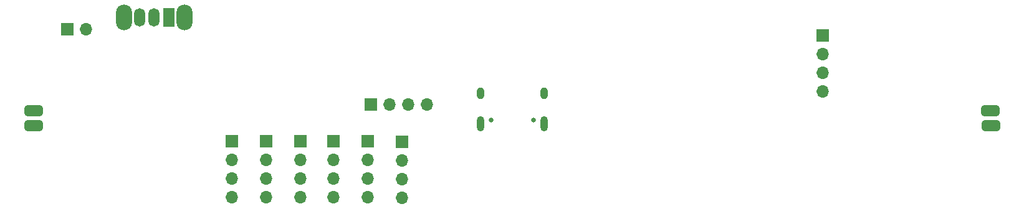
<source format=gbr>
%TF.GenerationSoftware,KiCad,Pcbnew,8.0.3*%
%TF.CreationDate,2024-10-06T13:34:10+03:00*%
%TF.ProjectId,Linefollower V6,4c696e65-666f-46c6-9c6f-776572205636,rev?*%
%TF.SameCoordinates,Original*%
%TF.FileFunction,Soldermask,Bot*%
%TF.FilePolarity,Negative*%
%FSLAX46Y46*%
G04 Gerber Fmt 4.6, Leading zero omitted, Abs format (unit mm)*
G04 Created by KiCad (PCBNEW 8.0.3) date 2024-10-06 13:34:10*
%MOMM*%
%LPD*%
G01*
G04 APERTURE LIST*
G04 Aperture macros list*
%AMRoundRect*
0 Rectangle with rounded corners*
0 $1 Rounding radius*
0 $2 $3 $4 $5 $6 $7 $8 $9 X,Y pos of 4 corners*
0 Add a 4 corners polygon primitive as box body*
4,1,4,$2,$3,$4,$5,$6,$7,$8,$9,$2,$3,0*
0 Add four circle primitives for the rounded corners*
1,1,$1+$1,$2,$3*
1,1,$1+$1,$4,$5*
1,1,$1+$1,$6,$7*
1,1,$1+$1,$8,$9*
0 Add four rect primitives between the rounded corners*
20,1,$1+$1,$2,$3,$4,$5,0*
20,1,$1+$1,$4,$5,$6,$7,0*
20,1,$1+$1,$6,$7,$8,$9,0*
20,1,$1+$1,$8,$9,$2,$3,0*%
G04 Aperture macros list end*
%ADD10R,1.700000X1.700000*%
%ADD11O,1.700000X1.700000*%
%ADD12O,2.200000X3.500000*%
%ADD13R,1.500000X2.500000*%
%ADD14O,1.500000X2.500000*%
%ADD15C,0.650000*%
%ADD16O,1.000000X2.100000*%
%ADD17O,1.000000X1.600000*%
%ADD18RoundRect,0.375000X0.875000X-0.375000X0.875000X0.375000X-0.875000X0.375000X-0.875000X-0.375000X0*%
G04 APERTURE END LIST*
D10*
%TO.C,J1*%
X93215000Y-64353072D03*
D11*
X95755000Y-64353072D03*
%TD*%
D12*
%TO.C,SW1*%
X109140000Y-62790572D03*
X100940000Y-62790572D03*
D13*
X107040000Y-62790572D03*
D14*
X105040000Y-62790572D03*
X103040000Y-62790572D03*
%TD*%
D10*
%TO.C,J8*%
X120220625Y-79660572D03*
D11*
X120220625Y-82200572D03*
X120220625Y-84740572D03*
X120220625Y-87280572D03*
%TD*%
D10*
%TO.C,J10*%
X129420625Y-79660572D03*
D11*
X129420625Y-82200572D03*
X129420625Y-84740572D03*
X129420625Y-87280572D03*
%TD*%
D10*
%TO.C,J5*%
X195820625Y-65205572D03*
D11*
X195820625Y-67745572D03*
X195820625Y-70285572D03*
X195820625Y-72825572D03*
%TD*%
D10*
%TO.C,J11*%
X134070625Y-79660572D03*
D11*
X134070625Y-82200572D03*
X134070625Y-84740572D03*
X134070625Y-87280572D03*
%TD*%
D10*
%TO.C,J9*%
X124870625Y-79660572D03*
D11*
X124870625Y-82200572D03*
X124870625Y-84740572D03*
X124870625Y-87280572D03*
%TD*%
D10*
%TO.C,J7*%
X115570625Y-79660572D03*
D11*
X115570625Y-82200572D03*
X115570625Y-84740572D03*
X115570625Y-87280572D03*
%TD*%
D10*
%TO.C,J3*%
X134440000Y-74615572D03*
D11*
X136980000Y-74615572D03*
X139520000Y-74615572D03*
X142060000Y-74615572D03*
%TD*%
D10*
%TO.C,J12*%
X138670625Y-79705572D03*
D11*
X138670625Y-82245572D03*
X138670625Y-84785572D03*
X138670625Y-87325572D03*
%TD*%
D15*
%TO.C,J2*%
X156580000Y-76740572D03*
X150800000Y-76740572D03*
D16*
X158010000Y-77270572D03*
D17*
X158010000Y-73090572D03*
D16*
X149370000Y-77270572D03*
D17*
X149370000Y-73090572D03*
%TD*%
D18*
%TO.C,M1*%
X88688547Y-77540572D03*
X88663547Y-75490572D03*
%TD*%
%TO.C,M2*%
X218690000Y-77530572D03*
X218665000Y-75480572D03*
%TD*%
M02*

</source>
